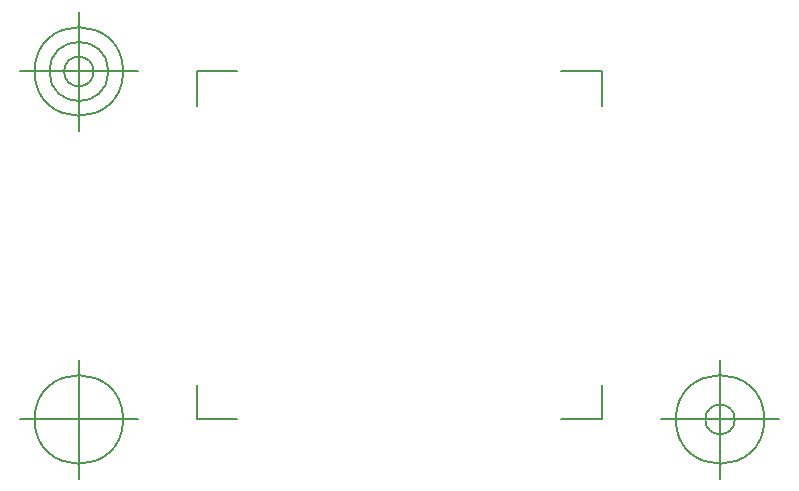
<source format=gbr>
G04 Generated by Ultiboard 14.2 *
%FSLAX24Y24*%
%MOIN*%

%ADD10C,0.0001*%
%ADD11C,0.0050*%


G04 ColorRGB FF14FF for the following layer *
%LNSilkscreen Bottom*%
%LPD*%
G54D10*
G54D11*
X-5800Y-5600D02*
X-5800Y-4440D01*
X-5800Y-5600D02*
X-4450Y-5600D01*
X7700Y-5600D02*
X6350Y-5600D01*
X7700Y-5600D02*
X7700Y-4440D01*
X7700Y6000D02*
X7700Y4840D01*
X7700Y6000D02*
X6350Y6000D01*
X-5800Y6000D02*
X-4450Y6000D01*
X-5800Y6000D02*
X-5800Y4840D01*
X-7769Y-5600D02*
X-11706Y-5600D01*
X-9737Y-7569D02*
X-9737Y-3632D01*
X-11213Y-5600D02*
G75*
D01*
G02X-11213Y-5600I1476J0*
G01*
X9669Y-5600D02*
X13606Y-5600D01*
X11637Y-7569D02*
X11637Y-3632D01*
X10161Y-5600D02*
G75*
D01*
G02X10161Y-5600I1476J0*
G01*
X11145Y-5600D02*
G75*
D01*
G02X11145Y-5600I492J0*
G01*
X-7769Y6000D02*
X-11706Y6000D01*
X-9737Y4031D02*
X-9737Y7969D01*
X-11213Y6000D02*
G75*
D01*
G02X-11213Y6000I1476J0*
G01*
X-10721Y6000D02*
G75*
D01*
G02X-10721Y6000I984J0*
G01*
X-10229Y6000D02*
G75*
D01*
G02X-10229Y6000I492J0*
G01*

M02*

</source>
